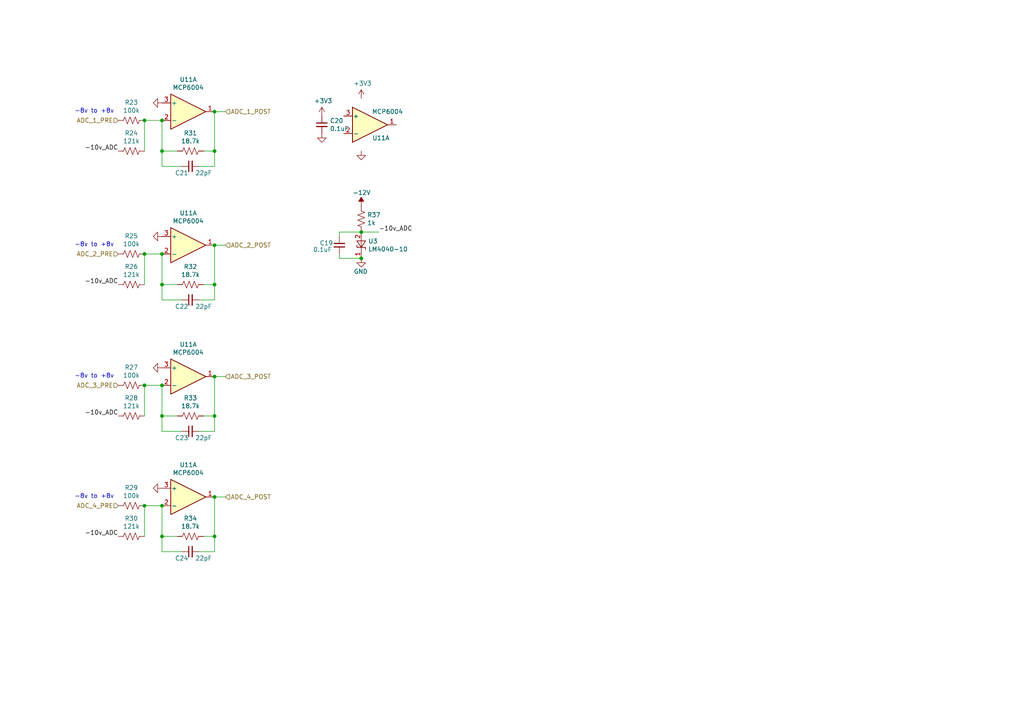
<source format=kicad_sch>
(kicad_sch (version 20211123) (generator eeschema)
  (paper "A4")
  (title_block (title "Hubble Motherboard") (date "2021-11-20") (rev "v2") (company "Winterbloom") (comment 1 "Alethea Flowers") (comment 2 "CERN-OHL-P V2") (comment 3 "hubble.wntr.dev"))
  (lib_symbols
    (symbol "Device:C_Small" (pin_numbers hide) (pin_names (offset 0.254) hide)
      (property "Reference" "C" (at 0.254 1.778 0))
      (property "Value" "C_Small" (at 0.254 -2.032 0))
      (symbol "C_Small_0_1"
        (polyline (pts (xy -1.524 -0.508) (xy 1.524 -0.508)) (stroke (width 0.3302)))
        (polyline (pts (xy -1.524 0.508) (xy 1.524 0.508)) (stroke (width 0.3048)))
      )
      (symbol "C_Small_1_1"
        (pin passive line (at 0 2.54 270) (length 2.032) (name "~") (number "1"))
        (pin passive line (at 0 -2.54 90) (length 2.032) (name "~") (number "2"))
      )
    )
    (symbol "Device:R_US" (pin_numbers hide) (pin_names (offset 0))
      (property "Reference" "R" (at 2.54 0 90))
      (property "Value" "R_US" (at -2.54 0 90))
      (symbol "R_US_0_1"
        (polyline (pts (xy 0 -2.286) (xy 0 -2.54)))
        (polyline (pts (xy 0 2.286) (xy 0 2.54)))
        (polyline (pts (xy 0 -0.762) (xy 1.016 -1.143) (xy 0 -1.524) (xy -1.016 -1.905) (xy 0 -2.286)))
        (polyline (pts (xy 0 0.762) (xy 1.016 0.381) (xy 0 0) (xy -1.016 -0.381) (xy 0 -0.762)))
        (polyline (pts (xy 0 2.286) (xy 1.016 1.905) (xy 0 1.524) (xy -1.016 1.143) (xy 0 0.762)))
      )
      (symbol "R_US_1_1"
        (pin passive line (at 0 3.81 270) (length 1.27) (name "~") (number "1"))
        (pin passive line (at 0 -3.81 90) (length 1.27) (name "~") (number "2"))
      )
    )
    (symbol "power:+3.3V" (power) (pin_names (offset 0))
      (property "Value" "+3.3V" (at 0 3.556 0))
      (symbol "+3.3V_0_1"
        (polyline (pts (xy -0.762 1.27) (xy 0 2.54)))
        (polyline (pts (xy 0 0) (xy 0 2.54)))
        (polyline (pts (xy 0 2.54) (xy 0.762 1.27)))
      )
      (symbol "+3.3V_1_1"
        (pin power_in line (at 0 0 90) (length 0) hide (name "+3V3") (number "1"))
      )
    )
    (symbol "power:-12V" (power) (pin_names (offset 0))
      (property "Value" "-12V" (at 0 3.81 0))
      (symbol "-12V_0_0"
        (pin power_in line (at 0 0 90) (length 0) hide (name "-12V") (number "1"))
      )
      (symbol "-12V_0_1"
        (polyline (pts (xy 0 0) (xy 0 1.27) (xy 0.762 1.27) (xy 0 2.54) (xy -0.762 1.27) (xy 0 1.27)) (fill (type outline)))
      )
    )
    (symbol "power:GND" (power) (pin_names (offset 0))
      (property "Value" "GND" (at 0 -3.81 0))
      (symbol "GND_0_1"
        (polyline (pts (xy 0 0) (xy 0 -1.27) (xy 1.27 -1.27) (xy 0 -2.54) (xy -1.27 -1.27) (xy 0 -1.27)))
      )
      (symbol "GND_1_1"
        (pin power_in line (at 0 0 270) (length 0) hide (name "GND") (number "1"))
      )
    )
    (symbol "winterbloom:LM4040-10" (pin_names (offset 0.0254) hide)
      (property "Reference" "U" (at 0 2.54 0))
      (property "Value" "LM4040-10" (at 0 -3.175 0))
      (symbol "LM4040-10_0_1"
        (polyline (pts (xy -1.27 0) (xy 0 0) (xy 1.27 0)))
        (polyline (pts (xy -1.27 -1.27) (xy 0.635 0) (xy -1.27 1.27) (xy -1.27 -1.27)) (stroke (width 0.2032)))
        (polyline (pts (xy 0 -1.27) (xy 0.635 -1.27) (xy 0.635 1.27) (xy 1.27 1.27)) (stroke (width 0.2032)))
      )
      (symbol "LM4040-10_1_1"
        (pin passive line (at 3.81 0 180) (length 2.54) (name "K") (number "1"))
        (pin passive line (at -3.81 0 0) (length 2.54) (name "A") (number "2"))
      )
    )
    (symbol "winterbloom:MCP6004" (pin_names (offset 0.127))
      (property "Reference" "U" (at 0 3.81 0))
      (property "Value" "MCP6004" (at 0 -3.81 0))
      (symbol "MCP6004_1_1"
        (polyline (pts (xy -5.08 5.08) (xy 5.08 0) (xy -5.08 -5.08) (xy -5.08 5.08)) (stroke (width 0.254)) (fill (type background)))
        (pin output line (at 7.62 0 180) (length 2.54) (name "~") (number "1"))
        (pin input line (at -7.62 -2.54 0) (length 2.54) (name "-") (number "2"))
        (pin input line (at -7.62 2.54 0) (length 2.54) (name "+") (number "3"))
      )
      (symbol "MCP6004_2_1"
        (polyline (pts (xy -5.08 5.08) (xy 5.08 0) (xy -5.08 -5.08) (xy -5.08 5.08)) (stroke (width 0.254)) (fill (type background)))
        (pin input line (at -7.62 2.54 0) (length 2.54) (name "+") (number "5"))
        (pin input line (at -7.62 -2.54 0) (length 2.54) (name "-") (number "6"))
        (pin output line (at 7.62 0 180) (length 2.54) (name "~") (number "7"))
      )
      (symbol "MCP6004_3_1"
        (polyline (pts (xy -5.08 5.08) (xy 5.08 0) (xy -5.08 -5.08) (xy -5.08 5.08)) (stroke (width 0.254)) (fill (type background)))
        (pin input line (at -7.62 2.54 0) (length 2.54) (name "+") (number "10"))
        (pin output line (at 7.62 0 180) (length 2.54) (name "~") (number "8"))
        (pin input line (at -7.62 -2.54 0) (length 2.54) (name "-") (number "9"))
      )
      (symbol "MCP6004_4_1"
        (polyline (pts (xy -5.08 5.08) (xy 5.08 0) (xy -5.08 -5.08) (xy -5.08 5.08)) (stroke (width 0.254)) (fill (type background)))
        (pin input line (at -7.62 2.54 0) (length 2.54) (name "+") (number "12"))
        (pin input line (at -7.62 -2.54 0) (length 2.54) (name "-") (number "13"))
        (pin output line (at 7.62 0 180) (length 2.54) (name "~") (number "14"))
      )
      (symbol "MCP6004_5_1"
        (polyline (pts (xy -5.08 5.08) (xy 5.08 0) (xy -5.08 -5.08) (xy -5.08 5.08)) (stroke (width 0.254)) (fill (type background)))
        (pin power_in line (at -2.54 -7.62 90) (length 3.81) (name "V-") (number "11"))
        (pin power_in line (at -2.54 7.62 270) (length 3.81) (name "V+") (number "4"))
      )
    )
  )
  (junction (at 62.23 109.22))
  (junction (at 41.91 111.76))
  (junction (at 62.23 155.575))
  (junction (at 46.99 120.65))
  (junction (at 46.99 34.925))
  (junction (at 46.99 146.685))
  (junction (at 104.775 67.31))
  (junction (at 62.23 82.55))
  (junction (at 62.23 71.12))
  (junction (at 62.23 43.815))
  (junction (at 41.91 73.66))
  (junction (at 41.91 34.925))
  (junction (at 104.775 74.93))
  (junction (at 46.99 43.815))
  (junction (at 46.99 155.575))
  (junction (at 46.99 73.66))
  (junction (at 46.99 82.55))
  (junction (at 62.23 32.385))
  (junction (at 46.99 111.76))
  (junction (at 41.91 146.685))
  (junction (at 62.23 120.65))
  (junction (at 62.23 144.145))
  (wire (pts (xy 46.99 160.02) (xy 52.705 160.02)))
  (wire (pts (xy 98.425 67.31) (xy 104.775 67.31)))
  (wire (pts (xy 46.99 48.26) (xy 52.705 48.26)))
  (wire (pts (xy 41.91 111.76) (xy 46.99 111.76)))
  (wire (pts (xy 46.99 111.76) (xy 46.99 120.65)))
  (wire (pts (xy 41.91 146.685) (xy 46.99 146.685)))
  (wire (pts (xy 46.99 146.685) (xy 46.99 155.575)))
  (wire (pts (xy 62.23 43.815) (xy 62.23 32.385)))
  (wire (pts (xy 46.99 82.55) (xy 51.435 82.55)))
  (wire (pts (xy 57.785 160.02) (xy 62.23 160.02)))
  (wire (pts (xy 98.425 74.93) (xy 104.775 74.93)))
  (wire (pts (xy 57.785 48.26) (xy 62.23 48.26)))
  (wire (pts (xy 46.99 155.575) (xy 46.99 160.02)))
  (wire (pts (xy 46.99 82.55) (xy 46.99 86.995)))
  (wire (pts (xy 41.91 82.55) (xy 41.91 73.66)))
  (wire (pts (xy 41.91 155.575) (xy 41.91 146.685)))
  (wire (pts (xy 41.91 43.815) (xy 41.91 34.925)))
  (wire (pts (xy 46.99 73.66) (xy 46.99 82.55)))
  (wire (pts (xy 46.99 120.65) (xy 46.99 125.095)))
  (wire (pts (xy 46.99 43.815) (xy 51.435 43.815)))
  (wire (pts (xy 62.23 155.575) (xy 62.23 144.145)))
  (wire (pts (xy 65.405 71.12) (xy 62.23 71.12)))
  (wire (pts (xy 62.23 160.02) (xy 62.23 155.575)))
  (wire (pts (xy 59.055 82.55) (xy 62.23 82.55)))
  (wire (pts (xy 98.425 68.58) (xy 98.425 67.31)))
  (wire (pts (xy 98.425 73.66) (xy 98.425 74.93)))
  (wire (pts (xy 59.055 43.815) (xy 62.23 43.815)))
  (wire (pts (xy 57.785 125.095) (xy 62.23 125.095)))
  (wire (pts (xy 65.405 109.22) (xy 62.23 109.22)))
  (wire (pts (xy 59.055 120.65) (xy 62.23 120.65)))
  (wire (pts (xy 62.23 48.26) (xy 62.23 43.815)))
  (wire (pts (xy 62.23 120.65) (xy 62.23 109.22)))
  (wire (pts (xy 41.91 120.65) (xy 41.91 111.76)))
  (wire (pts (xy 65.405 32.385) (xy 62.23 32.385)))
  (wire (pts (xy 57.785 86.995) (xy 62.23 86.995)))
  (wire (pts (xy 41.91 34.925) (xy 46.99 34.925)))
  (wire (pts (xy 109.855 67.31) (xy 104.775 67.31)))
  (wire (pts (xy 62.23 82.55) (xy 62.23 71.12)))
  (wire (pts (xy 46.99 125.095) (xy 52.705 125.095)))
  (wire (pts (xy 62.23 125.095) (xy 62.23 120.65)))
  (wire (pts (xy 59.055 155.575) (xy 62.23 155.575)))
  (wire (pts (xy 46.99 43.815) (xy 46.99 48.26)))
  (wire (pts (xy 41.91 73.66) (xy 46.99 73.66)))
  (wire (pts (xy 65.405 144.145) (xy 62.23 144.145)))
  (wire (pts (xy 46.99 86.995) (xy 52.705 86.995)))
  (wire (pts (xy 46.99 120.65) (xy 51.435 120.65)))
  (wire (pts (xy 62.23 86.995) (xy 62.23 82.55)))
  (wire (pts (xy 46.99 155.575) (xy 51.435 155.575)))
  (wire (pts (xy 46.99 34.925) (xy 46.99 43.815)))
  (text "-8v to +8v" (at 21.59 33.02 0) (effects (font (size 1.27 1.27)) (justify left bottom)))
  (text "-8v to +8v" (at 21.59 144.78 0) (effects (font (size 1.27 1.27)) (justify left bottom)))
  (text "-8v to +8v" (at 21.59 71.755 0) (effects (font (size 1.27 1.27)) (justify left bottom)))
  (text "-8v to +8v" (at 21.59 109.855 0) (effects (font (size 1.27 1.27)) (justify left bottom)))
  (label "-10v_ADC" (at 34.29 120.65 180))
  (label "-10v_ADC" (at 34.29 43.815 180))
  (label "-10v_ADC" (at 109.855 67.31 0))
  (label "-10v_ADC" (at 34.29 155.575 180))
  (label "-10v_ADC" (at 34.29 82.55 180))
  (hierarchical_label "ADC_2_POST" (shape input) (at 65.405 71.12 0))
  (hierarchical_label "ADC_3_PRE" (shape input) (at 34.29 111.76 180))
  (hierarchical_label "ADC_2_PRE" (shape input) (at 34.29 73.66 180))
  (hierarchical_label "ADC_4_POST" (shape input) (at 65.405 144.145 0))
  (hierarchical_label "ADC_1_PRE" (shape input) (at 34.29 34.925 180))
  (hierarchical_label "ADC_4_PRE" (shape input) (at 34.29 146.685 180))
  (hierarchical_label "ADC_3_POST" (shape input) (at 65.405 109.22 0))
  (hierarchical_label "ADC_1_POST" (shape input) (at 65.405 32.385 0))
  (symbol (lib_id "winterbloom:MCP6004") (at 54.61 32.385 0)
    (property "Reference" "U11" (at 54.61 23.0632 0))
    (property "Value" "MCP6004" (at 54.61 25.3746 0))
    (property "Footprint" "Package_SO:TSSOP-14_4.4x5mm_P0.65mm" (effects hide))
    (property "Datasheet" "http://datasheet.octopart.com/MCP6001T-I/OT-Microchip-datasheet-8823409.pdf" (effects hide))
    (property "mpn" "MCP6004T-I/ST, MCP6004T-E/ST" (effects hide))
  )
  (symbol (lib_id "Device:R_US") (at 38.1 34.925 270)
    (property "Reference" "R23" (at 38.1 29.718 90))
    (property "Value" "100k" (at 38.1 32.0294 90))
    (property "Footprint" "Resistor_SMD:R_0603_1608Metric_Pad0.98x0.95mm_HandSolder" (effects hide))
  )
  (symbol (lib_id "Device:R_US") (at 55.245 43.815 270)
    (property "Reference" "R31" (at 55.245 38.608 90))
    (property "Value" "18.7k" (at 55.245 40.9194 90))
    (property "Footprint" "Resistor_SMD:R_0603_1608Metric_Pad0.98x0.95mm_HandSolder" (effects hide))
  )
  (symbol (lib_id "Device:R_US") (at 38.1 43.815 270)
    (property "Reference" "R24" (at 38.1 38.608 90))
    (property "Value" "121k" (at 38.1 40.9194 90))
    (property "Footprint" "Resistor_SMD:R_0603_1608Metric_Pad0.98x0.95mm_HandSolder" (effects hide))
  )
  (symbol (lib_id "winterbloom:MCP6004") (at 54.61 71.12 0)
    (property "Reference" "U11" (at 54.61 61.7982 0))
    (property "Value" "MCP6004" (at 54.61 64.1096 0))
    (property "Footprint" "Package_SO:TSSOP-14_4.4x5mm_P0.65mm" (effects hide))
    (property "Datasheet" "http://datasheet.octopart.com/MCP6001T-I/OT-Microchip-datasheet-8823409.pdf" (effects hide))
    (property "mpn" "MCP6004T-I/ST, MCP6004T-E/ST" (effects hide))
  )
  (symbol (lib_id "Device:R_US") (at 38.1 73.66 270)
    (property "Reference" "R25" (at 38.1 68.453 90))
    (property "Value" "100k" (at 38.1 70.7644 90))
    (property "Footprint" "Resistor_SMD:R_0603_1608Metric_Pad0.98x0.95mm_HandSolder" (effects hide))
  )
  (symbol (lib_id "Device:R_US") (at 55.245 82.55 270)
    (property "Reference" "R32" (at 55.245 77.343 90))
    (property "Value" "18.7k" (at 55.245 79.6544 90))
    (property "Footprint" "Resistor_SMD:R_0603_1608Metric_Pad0.98x0.95mm_HandSolder" (effects hide))
  )
  (symbol (lib_id "Device:R_US") (at 38.1 82.55 270)
    (property "Reference" "R26" (at 38.1 77.343 90))
    (property "Value" "121k" (at 38.1 79.6544 90))
    (property "Footprint" "Resistor_SMD:R_0603_1608Metric_Pad0.98x0.95mm_HandSolder" (effects hide))
  )
  (symbol (lib_id "winterbloom:MCP6004") (at 54.61 109.22 0)
    (property "Reference" "U11" (at 54.61 99.8982 0))
    (property "Value" "MCP6004" (at 54.61 102.2096 0))
    (property "Footprint" "Package_SO:TSSOP-14_4.4x5mm_P0.65mm" (effects hide))
    (property "Datasheet" "http://datasheet.octopart.com/MCP6001T-I/OT-Microchip-datasheet-8823409.pdf" (effects hide))
    (property "mpn" "MCP6004T-I/ST, MCP6004T-E/ST" (effects hide))
  )
  (symbol (lib_id "Device:R_US") (at 38.1 111.76 270)
    (property "Reference" "R27" (at 38.1 106.553 90))
    (property "Value" "100k" (at 38.1 108.8644 90))
    (property "Footprint" "Resistor_SMD:R_0603_1608Metric_Pad0.98x0.95mm_HandSolder" (effects hide))
  )
  (symbol (lib_id "Device:R_US") (at 55.245 120.65 270)
    (property "Reference" "R33" (at 55.245 115.443 90))
    (property "Value" "18.7k" (at 55.245 117.7544 90))
    (property "Footprint" "Resistor_SMD:R_0603_1608Metric_Pad0.98x0.95mm_HandSolder" (effects hide))
  )
  (symbol (lib_id "Device:R_US") (at 38.1 120.65 270)
    (property "Reference" "R28" (at 38.1 115.443 90))
    (property "Value" "121k" (at 38.1 117.7544 90))
    (property "Footprint" "Resistor_SMD:R_0603_1608Metric_Pad0.98x0.95mm_HandSolder" (effects hide))
  )
  (symbol (lib_id "winterbloom:MCP6004") (at 54.61 144.145 0)
    (property "Reference" "U11" (at 54.61 134.8232 0))
    (property "Value" "MCP6004" (at 54.61 137.1346 0))
    (property "Footprint" "Package_SO:TSSOP-14_4.4x5mm_P0.65mm" (effects hide))
    (property "Datasheet" "http://datasheet.octopart.com/MCP6001T-I/OT-Microchip-datasheet-8823409.pdf" (effects hide))
    (property "mpn" "MCP6004T-I/ST, MCP6004T-E/ST" (effects hide))
  )
  (symbol (lib_id "Device:R_US") (at 38.1 146.685 270)
    (property "Reference" "R29" (at 38.1 141.478 90))
    (property "Value" "100k" (at 38.1 143.7894 90))
    (property "Footprint" "Resistor_SMD:R_0603_1608Metric_Pad0.98x0.95mm_HandSolder" (effects hide))
  )
  (symbol (lib_id "Device:R_US") (at 55.245 155.575 270)
    (property "Reference" "R34" (at 55.245 150.368 90))
    (property "Value" "18.7k" (at 55.245 152.6794 90))
    (property "Footprint" "Resistor_SMD:R_0603_1608Metric_Pad0.98x0.95mm_HandSolder" (effects hide))
  )
  (symbol (lib_id "Device:R_US") (at 38.1 155.575 270)
    (property "Reference" "R30" (at 38.1 150.368 90))
    (property "Value" "121k" (at 38.1 152.6794 90))
    (property "Footprint" "Resistor_SMD:R_0603_1608Metric_Pad0.98x0.95mm_HandSolder" (effects hide))
  )
  (symbol (lib_id "power:GND") (at 46.99 29.845 270) (unit 1)
    (property "Reference" "#PWR0149" (effects hide))
    (property "Value" "GND" (effects hide))
  )
  (symbol (lib_id "power:GND") (at 46.99 68.58 270) (unit 1)
    (property "Reference" "#PWR0150" (effects hide))
    (property "Value" "GND" (effects hide))
  )
  (symbol (lib_id "power:GND") (at 46.99 106.68 270) (unit 1)
    (property "Reference" "#PWR0151" (effects hide))
    (property "Value" "GND" (effects hide))
  )
  (symbol (lib_id "power:GND") (at 46.99 141.605 270) (unit 1)
    (property "Reference" "#PWR0152" (effects hide))
    (property "Value" "GND" (effects hide))
  )
  (symbol (lib_id "winterbloom:MCP6004") (at 107.315 36.195 0)
    (property "Reference" "U11" (at 110.49 40.005 0))
    (property "Value" "MCP6004" (at 112.395 32.385 0))
    (property "Footprint" "Package_SO:TSSOP-14_4.4x5mm_P0.65mm" (effects hide))
    (property "Datasheet" "http://datasheet.octopart.com/MCP6001T-I/OT-Microchip-datasheet-8823409.pdf" (effects hide))
    (property "mpn" "MCP6004T-I/ST, MCP6004T-E/ST" (effects hide))
  )
  (symbol (lib_id "power:+3.3V") (at 104.775 28.575 0) (unit 1)
    (property "Reference" "#PWR080" (effects hide))
    (property "Value" "+3.3V" (at 105.156 24.1808 0))
  )
  (symbol (lib_id "power:GND") (at 104.775 43.815 0) (unit 1)
    (property "Reference" "#PWR081" (effects hide))
    (property "Value" "GND" (effects hide))
  )
  (symbol (lib_id "power:+3.3V") (at 93.345 33.655 0) (unit 1)
    (property "Reference" "#PWR03" (effects hide))
    (property "Value" "+3.3V" (at 93.726 29.2608 0))
  )
  (symbol (lib_id "power:GND") (at 93.345 38.735 0) (unit 1)
    (property "Reference" "#PWR04" (effects hide))
    (property "Value" "GND" (effects hide))
  )
  (symbol (lib_id "Device:C_Small") (at 93.345 36.195 0) (unit 1)
    (property "Reference" "C20" (at 95.6818 35.0266 0) (effects (justify left)))
    (property "Value" "0.1uF" (at 95.6818 37.338 0) (effects (justify left)))
    (property "Footprint" "Capacitor_SMD:C_0603_1608Metric_Pad1.08x0.95mm_HandSolder" (effects hide))
  )
  (symbol (lib_id "Device:C_Small") (at 55.245 48.26 90) (unit 1)
    (property "Reference" "C21" (at 52.705 50.165 90))
    (property "Value" "22pF" (at 59.055 50.165 90))
    (property "Footprint" "Capacitor_SMD:C_0603_1608Metric_Pad1.08x0.95mm_HandSolder" (effects hide))
  )
  (symbol (lib_id "Device:C_Small") (at 55.245 86.995 90) (unit 1)
    (property "Reference" "C22" (at 52.705 88.9 90))
    (property "Value" "22pF" (at 59.055 88.9 90))
    (property "Footprint" "Capacitor_SMD:C_0603_1608Metric_Pad1.08x0.95mm_HandSolder" (effects hide))
  )
  (symbol (lib_id "Device:C_Small") (at 55.245 125.095 90) (unit 1)
    (property "Reference" "C23" (at 52.705 127 90))
    (property "Value" "22pF" (at 59.055 127 90))
    (property "Footprint" "Capacitor_SMD:C_0603_1608Metric_Pad1.08x0.95mm_HandSolder" (effects hide))
  )
  (symbol (lib_id "Device:C_Small") (at 55.245 160.02 90) (unit 1)
    (property "Reference" "C24" (at 52.705 161.925 90))
    (property "Value" "22pF" (at 59.055 161.925 90))
    (property "Footprint" "Capacitor_SMD:C_0603_1608Metric_Pad1.08x0.95mm_HandSolder" (effects hide))
  )
  (symbol (lib_id "winterbloom:LM4040-10") (at 104.775 71.12 270)
    (property "Reference" "U3" (at 106.7816 69.9516 90) (effects (justify left)))
    (property "Value" "LM4040-10" (at 106.7816 72.263 90) (effects (justify left)))
    (property "Footprint" "Package_TO_SOT_SMD:SOT-23" (effects hide))
    (property "Datasheet" "http://www.ti.com/lit/ds/symlink/lm4040-n.pdf" (effects hide))
    (property "mpn" "LM4040DIM3-10.0/NOPB" (effects hide))
  )
  (symbol (lib_id "Device:R_US") (at 104.775 63.5 0)
    (property "Reference" "R37" (at 106.5022 62.3316 0) (effects (justify left)))
    (property "Value" "1k" (at 106.5022 64.643 0) (effects (justify left)))
    (property "Footprint" "Resistor_SMD:R_0603_1608Metric_Pad0.98x0.95mm_HandSolder" (effects hide))
  )
  (symbol (lib_id "power:GND") (at 104.775 74.93 0)
    (property "Reference" "#PWR0170" (effects hide))
    (property "Value" "GND" (at 106.68 78.74 0) (effects (justify right)))
  )
  (symbol (lib_id "power:-12V") (at 104.775 59.69 0)
    (property "Reference" "#PWR0171" (effects hide))
    (property "Value" "-12V" (at 102.235 55.88 0) (effects (justify left)))
  )
  (symbol (lib_id "Device:C_Small") (at 98.425 71.12 180)
    (property "Reference" "C19" (at 92.71 70.485 0) (effects (justify right)))
    (property "Value" "0.1uF" (at 90.805 72.39 0) (effects (justify right)))
    (property "Footprint" "Capacitor_SMD:C_0603_1608Metric_Pad1.08x0.95mm_HandSolder" (effects hide))
  )
)
</source>
